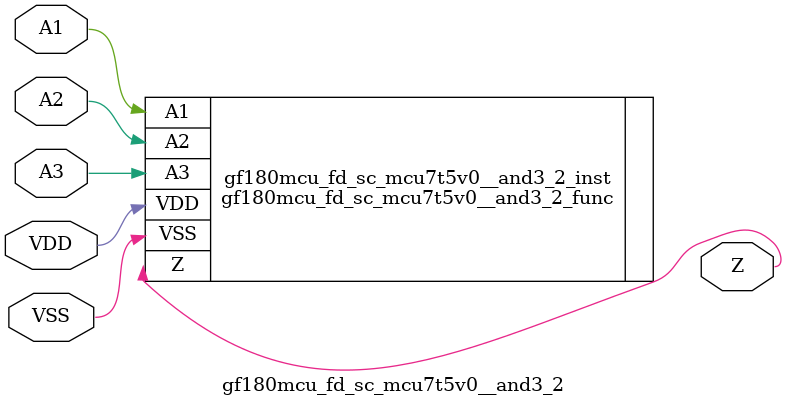
<source format=v>

module gf180mcu_fd_sc_mcu7t5v0__and3_2( A1, A2, A3, Z, VDD, VSS );
input A1, A2, A3;
inout VDD, VSS;
output Z;

   `ifdef FUNCTIONAL  //  functional //

	gf180mcu_fd_sc_mcu7t5v0__and3_2_func gf180mcu_fd_sc_mcu7t5v0__and3_2_behav_inst(.A1(A1),.A2(A2),.A3(A3),.Z(Z),.VDD(VDD),.VSS(VSS));

   `else

	gf180mcu_fd_sc_mcu7t5v0__and3_2_func gf180mcu_fd_sc_mcu7t5v0__and3_2_inst(.A1(A1),.A2(A2),.A3(A3),.Z(Z),.VDD(VDD),.VSS(VSS));

	// spec_gates_begin


	// spec_gates_end



   specify

	// specify_block_begin

	// comb arc A1 --> Z
	 (A1 => Z) = (1.0,1.0);

	// comb arc A2 --> Z
	 (A2 => Z) = (1.0,1.0);

	// comb arc A3 --> Z
	 (A3 => Z) = (1.0,1.0);

	// specify_block_end

   endspecify

   `endif

endmodule

</source>
